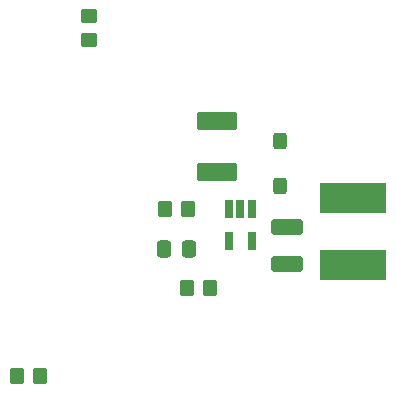
<source format=gtp>
G04 #@! TF.GenerationSoftware,KiCad,Pcbnew,(7.0.0)*
G04 #@! TF.CreationDate,2023-03-01T02:56:27+01:00*
G04 #@! TF.ProjectId,Extracteur_Air_PcFan_5v,45787472-6163-4746-9575-725f4169725f,1.0*
G04 #@! TF.SameCoordinates,Original*
G04 #@! TF.FileFunction,Paste,Top*
G04 #@! TF.FilePolarity,Positive*
%FSLAX46Y46*%
G04 Gerber Fmt 4.6, Leading zero omitted, Abs format (unit mm)*
G04 Created by KiCad (PCBNEW (7.0.0)) date 2023-03-01 02:56:27*
%MOMM*%
%LPD*%
G01*
G04 APERTURE LIST*
G04 Aperture macros list*
%AMRoundRect*
0 Rectangle with rounded corners*
0 $1 Rounding radius*
0 $2 $3 $4 $5 $6 $7 $8 $9 X,Y pos of 4 corners*
0 Add a 4 corners polygon primitive as box body*
4,1,4,$2,$3,$4,$5,$6,$7,$8,$9,$2,$3,0*
0 Add four circle primitives for the rounded corners*
1,1,$1+$1,$2,$3*
1,1,$1+$1,$4,$5*
1,1,$1+$1,$6,$7*
1,1,$1+$1,$8,$9*
0 Add four rect primitives between the rounded corners*
20,1,$1+$1,$2,$3,$4,$5,0*
20,1,$1+$1,$4,$5,$6,$7,0*
20,1,$1+$1,$6,$7,$8,$9,0*
20,1,$1+$1,$8,$9,$2,$3,0*%
G04 Aperture macros list end*
%ADD10RoundRect,0.250000X-0.450000X0.350000X-0.450000X-0.350000X0.450000X-0.350000X0.450000X0.350000X0*%
%ADD11RoundRect,0.250000X0.350000X0.450000X-0.350000X0.450000X-0.350000X-0.450000X0.350000X-0.450000X0*%
%ADD12RoundRect,0.300000X-0.300000X0.400000X-0.300000X-0.400000X0.300000X-0.400000X0.300000X0.400000X0*%
%ADD13R,0.650000X1.560000*%
%ADD14R,5.700000X2.600000*%
%ADD15RoundRect,0.250000X0.337500X0.475000X-0.337500X0.475000X-0.337500X-0.475000X0.337500X-0.475000X0*%
%ADD16RoundRect,0.250000X1.100000X-0.412500X1.100000X0.412500X-1.100000X0.412500X-1.100000X-0.412500X0*%
%ADD17RoundRect,0.250000X-1.450000X0.537500X-1.450000X-0.537500X1.450000X-0.537500X1.450000X0.537500X0*%
G04 APERTURE END LIST*
D10*
X91000000Y-64300000D03*
X91000000Y-66300000D03*
D11*
X86900000Y-94800000D03*
X84900000Y-94800000D03*
D12*
X107200000Y-74850000D03*
X107200000Y-78650000D03*
D13*
X104799999Y-80649999D03*
X103849999Y-80649999D03*
X102899999Y-80649999D03*
X102899999Y-83349999D03*
X104799999Y-83349999D03*
D14*
X113399999Y-85399999D03*
X113399999Y-79699999D03*
D11*
X101300000Y-87300000D03*
X99300000Y-87300000D03*
X99450000Y-80600000D03*
X97450000Y-80600000D03*
D15*
X99487500Y-84000000D03*
X97412500Y-84000000D03*
D16*
X107800000Y-85262500D03*
X107800000Y-82137500D03*
D17*
X101860000Y-73212500D03*
X101860000Y-77487500D03*
M02*

</source>
